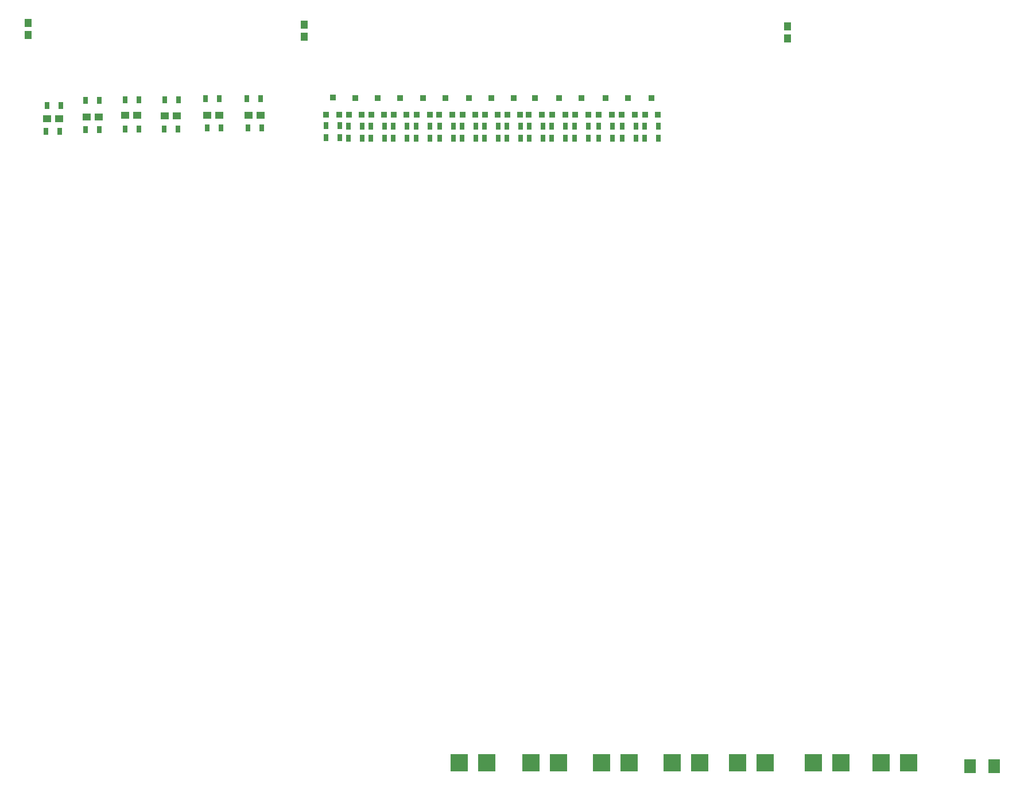
<source format=gbp>
G04*
G04 #@! TF.GenerationSoftware,Altium Limited,Altium Designer,20.1.12 (249)*
G04*
G04 Layer_Color=128*
%FSTAX24Y24*%
%MOIN*%
G70*
G04*
G04 #@! TF.SameCoordinates,65647CF5-6095-42B6-9084-E7F1C421F8D5*
G04*
G04*
G04 #@! TF.FilePolarity,Positive*
G04*
G01*
G75*
%ADD28R,0.0433X0.0472*%
%ADD29R,0.0315X0.0433*%
%ADD37R,0.0472X0.0433*%
%ADD106R,0.0984X0.1024*%
%ADD107R,0.0354X0.0374*%
%ADD108R,0.0650X0.0800*%
D28*
X0164Y08515D02*
D03*
Y08445D02*
D03*
X03245Y08435D02*
D03*
Y08505D02*
D03*
X0605Y08425D02*
D03*
Y08495D02*
D03*
D29*
X0522Y07845D02*
D03*
X053D02*
D03*
X035D02*
D03*
X0358D02*
D03*
X04815D02*
D03*
X04895D02*
D03*
X0403D02*
D03*
X0411D02*
D03*
X0442D02*
D03*
X045D02*
D03*
X0363D02*
D03*
X0371D02*
D03*
X03895D02*
D03*
X03975D02*
D03*
X0468D02*
D03*
X0476D02*
D03*
X0429D02*
D03*
X0437D02*
D03*
X0175Y08035D02*
D03*
X0183D02*
D03*
X01975Y08065D02*
D03*
X02055D02*
D03*
X02205Y0807D02*
D03*
X02285D02*
D03*
X02435D02*
D03*
X02515D02*
D03*
X0267Y08075D02*
D03*
X0275D02*
D03*
X0291D02*
D03*
X0299D02*
D03*
X01825Y07885D02*
D03*
X01745D02*
D03*
X02055Y07895D02*
D03*
X01975D02*
D03*
X02285Y079D02*
D03*
X02205D02*
D03*
X0251D02*
D03*
X0243D02*
D03*
X0276Y07905D02*
D03*
X0268D02*
D03*
X029958D02*
D03*
X029158D02*
D03*
X034486Y079178D02*
D03*
X033686D02*
D03*
X0384Y07915D02*
D03*
X0376D02*
D03*
X0424D02*
D03*
X0416D02*
D03*
X0463D02*
D03*
X0455D02*
D03*
X05035D02*
D03*
X04955D02*
D03*
X0371D02*
D03*
X0363D02*
D03*
X0411D02*
D03*
X0403D02*
D03*
X045D02*
D03*
X0442D02*
D03*
X04895D02*
D03*
X04815D02*
D03*
X053D02*
D03*
X0522D02*
D03*
X0358D02*
D03*
X035D02*
D03*
X03975D02*
D03*
X03895D02*
D03*
X0437D02*
D03*
X0429D02*
D03*
X0476D02*
D03*
X0468D02*
D03*
X0517D02*
D03*
X0509D02*
D03*
Y07845D02*
D03*
X0517D02*
D03*
X033686Y078478D02*
D03*
X034486D02*
D03*
X0416Y07845D02*
D03*
X0424D02*
D03*
X0376D02*
D03*
X0384D02*
D03*
X0455D02*
D03*
X0463D02*
D03*
X04955D02*
D03*
X05035D02*
D03*
D37*
X0182Y0796D02*
D03*
X0175D02*
D03*
X02505Y07975D02*
D03*
X02435D02*
D03*
X0205Y0797D02*
D03*
X0198D02*
D03*
X02275Y0798D02*
D03*
X02205D02*
D03*
X029908D02*
D03*
X029208D02*
D03*
X0275D02*
D03*
X0268D02*
D03*
D106*
X06595Y04215D02*
D03*
X06755D02*
D03*
X0497D02*
D03*
X0513D02*
D03*
X04145D02*
D03*
X04305D02*
D03*
X0538D02*
D03*
X0554D02*
D03*
X0576D02*
D03*
X0592D02*
D03*
X062D02*
D03*
X0636D02*
D03*
X0456D02*
D03*
X0472D02*
D03*
D107*
X039724Y079808D02*
D03*
X03935Y080792D02*
D03*
X038974Y079808D02*
D03*
X035774D02*
D03*
X0354Y080792D02*
D03*
X035024Y079808D02*
D03*
X048924D02*
D03*
X04855Y080792D02*
D03*
X048174Y079808D02*
D03*
X052974D02*
D03*
X0526Y080792D02*
D03*
X052224Y079808D02*
D03*
X041024D02*
D03*
X04065Y080792D02*
D03*
X040274Y079808D02*
D03*
X044974D02*
D03*
X0446Y080792D02*
D03*
X044224Y079808D02*
D03*
X037074D02*
D03*
X0367Y080792D02*
D03*
X036324Y079808D02*
D03*
X046224D02*
D03*
X04585Y080792D02*
D03*
X045474Y079808D02*
D03*
X0503D02*
D03*
X049926Y080792D02*
D03*
X04955Y079808D02*
D03*
X042374D02*
D03*
X042Y080792D02*
D03*
X041624Y079808D02*
D03*
X0476D02*
D03*
X047226Y080792D02*
D03*
X04685Y079808D02*
D03*
X051624D02*
D03*
X05125Y080792D02*
D03*
X050874Y079808D02*
D03*
X038374D02*
D03*
X038Y080792D02*
D03*
X037624Y079808D02*
D03*
X03446Y079836D02*
D03*
X034086Y08082D02*
D03*
X03371Y079836D02*
D03*
X043674Y079808D02*
D03*
X0433Y080792D02*
D03*
X042924Y079808D02*
D03*
D108*
X0711Y04195D02*
D03*
X0725D02*
D03*
M02*

</source>
